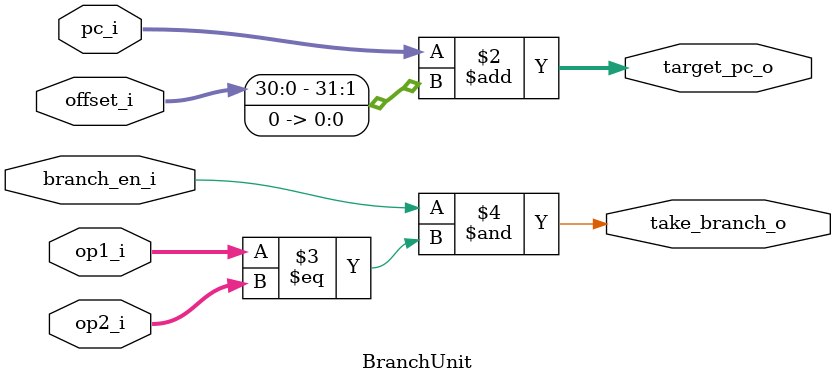
<source format=v>
`timescale 1ns/1ps

module BranchUnit (
    input  wire [31:0] offset_i,
    input  wire [31:0] pc_i,
    input  wire [31:0] op1_i,
    input  wire [31:0] op2_i,
    input  wire        branch_en_i,
    output wire [31:0] target_pc_o,
    output wire        take_branch_o
);

    // 分支address：pc + (offset << 1)
    assign target_pc_o  = pc_i + (offset_i << 1);

    // 當 branch_en_i 有效且比較相等時才跳轉
    assign take_branch_o = branch_en_i & (op1_i == op2_i);

endmodule

</source>
